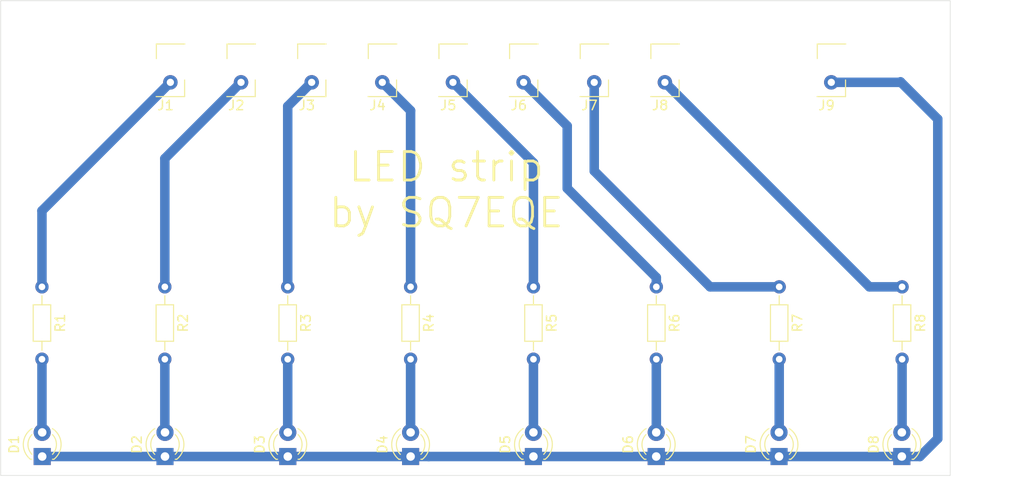
<source format=kicad_pcb>
(kicad_pcb (version 20171130) (host pcbnew 5.1.4-3.fc30)

  (general
    (thickness 1.6)
    (drawings 7)
    (tracks 50)
    (zones 0)
    (modules 25)
    (nets 18)
  )

  (page A4)
  (layers
    (0 F.Cu jumper)
    (31 B.Cu signal)
    (33 F.Adhes user)
    (35 F.Paste user)
    (37 F.SilkS user)
    (39 F.Mask user)
    (40 Dwgs.User user)
    (41 Cmts.User user)
    (42 Eco1.User user)
    (43 Eco2.User user)
    (44 Edge.Cuts user)
    (45 Margin user)
    (46 B.CrtYd user)
    (47 F.CrtYd user)
    (49 F.Fab user)
  )

  (setup
    (last_trace_width 0.25)
    (user_trace_width 1)
    (trace_clearance 0.2)
    (zone_clearance 0.508)
    (zone_45_only no)
    (trace_min 0.2)
    (via_size 0.8)
    (via_drill 0.4)
    (via_min_size 0.4)
    (via_min_drill 0.3)
    (uvia_size 0.3)
    (uvia_drill 0.1)
    (uvias_allowed no)
    (uvia_min_size 0.2)
    (uvia_min_drill 0.1)
    (edge_width 0.05)
    (segment_width 0.2)
    (pcb_text_width 0.3)
    (pcb_text_size 1.5 1.5)
    (mod_edge_width 0.12)
    (mod_text_size 1 1)
    (mod_text_width 0.15)
    (pad_size 1.524 1.524)
    (pad_drill 0.762)
    (pad_to_mask_clearance 0.051)
    (solder_mask_min_width 0.25)
    (aux_axis_origin 72.5551 60.7568)
    (visible_elements FFFFFF7F)
    (pcbplotparams
      (layerselection 0x291a8_ffffffff)
      (usegerberextensions false)
      (usegerberattributes true)
      (usegerberadvancedattributes true)
      (creategerberjobfile true)
      (excludeedgelayer true)
      (linewidth 0.150000)
      (plotframeref false)
      (viasonmask false)
      (mode 1)
      (useauxorigin true)
      (hpglpennumber 1)
      (hpglpenspeed 20)
      (hpglpendiameter 15.000000)
      (psnegative false)
      (psa4output false)
      (plotreference true)
      (plotvalue true)
      (plotinvisibletext false)
      (padsonsilk false)
      (subtractmaskfromsilk true)
      (outputformat 1)
      (mirror false)
      (drillshape 0)
      (scaleselection 1)
      (outputdirectory "gerbv/"))
  )

  (net 0 "")
  (net 1 "Net-(D1-Pad2)")
  (net 2 "Net-(D2-Pad2)")
  (net 3 "Net-(D3-Pad2)")
  (net 4 "Net-(D4-Pad2)")
  (net 5 "Net-(D5-Pad2)")
  (net 6 "Net-(D6-Pad2)")
  (net 7 "Net-(D7-Pad2)")
  (net 8 "Net-(D8-Pad2)")
  (net 9 "Net-(J1-Pad1)")
  (net 10 "Net-(J2-Pad1)")
  (net 11 "Net-(J3-Pad1)")
  (net 12 "Net-(J4-Pad1)")
  (net 13 "Net-(J5-Pad1)")
  (net 14 "Net-(J6-Pad1)")
  (net 15 "Net-(J7-Pad1)")
  (net 16 "Net-(J8-Pad1)")
  (net 17 "Net-(D1-Pad1)")

  (net_class Default "To jest domyślna klasa połączeń."
    (clearance 0.2)
    (trace_width 0.25)
    (via_dia 0.8)
    (via_drill 0.4)
    (uvia_dia 0.3)
    (uvia_drill 0.1)
    (add_net "Net-(D1-Pad1)")
    (add_net "Net-(D1-Pad2)")
    (add_net "Net-(D2-Pad2)")
    (add_net "Net-(D3-Pad2)")
    (add_net "Net-(D4-Pad2)")
    (add_net "Net-(D5-Pad2)")
    (add_net "Net-(D6-Pad2)")
    (add_net "Net-(D7-Pad2)")
    (add_net "Net-(D8-Pad2)")
    (add_net "Net-(J1-Pad1)")
    (add_net "Net-(J2-Pad1)")
    (add_net "Net-(J3-Pad1)")
    (add_net "Net-(J4-Pad1)")
    (add_net "Net-(J5-Pad1)")
    (add_net "Net-(J6-Pad1)")
    (add_net "Net-(J7-Pad1)")
    (add_net "Net-(J8-Pad1)")
  )

  (module LED_line:pin_in_01x01 (layer F.Cu) (tedit 5D7E642F) (tstamp 5D7EB8A4)
    (at 159.9438 69.342 180)
    (path /5D82C1E5)
    (fp_text reference J9 (at 0.5 -2.425) (layer F.SilkS)
      (effects (font (size 1 1) (thickness 0.15)))
    )
    (fp_text value GND (at 0 5.95) (layer F.Fab)
      (effects (font (size 1 1) (thickness 0.15)))
    )
    (fp_line (start 1.475 4.04) (end 1.475 2.5) (layer F.SilkS) (width 0.12))
    (fp_line (start -1.525 4.04) (end 1.475 4.04) (layer F.SilkS) (width 0.12))
    (fp_line (start -1.5 -1.5) (end -1.5 0.25) (layer F.SilkS) (width 0.12))
    (fp_line (start -1.5 -1.5) (end 1.5 -1.5) (layer F.SilkS) (width 0.12))
    (fp_line (start 1.5 4.04) (end 1.5 -1.485) (layer F.CrtYd) (width 0.12))
    (fp_line (start -1.5 4.025) (end -1.5 -1.5) (layer F.CrtYd) (width 0.12))
    (fp_line (start -1.5 4.04) (end 1.5 4.04) (layer F.CrtYd) (width 0.12))
    (fp_line (start -1.5 -1.5) (end 1.5 -1.5) (layer F.CrtYd) (width 0.12))
    (pad "" np_thru_hole circle (at 0 2.54 180) (size 1.524 1.524) (drill 1.524) (layers *.Cu *.Mask))
    (pad 1 thru_hole circle (at 0 0 180) (size 1.524 1.524) (drill 0.762) (layers *.Mask B.Cu)
      (net 17 "Net-(D1-Pad1)"))
  )

  (module LED_line:pin_in_01x01 (layer F.Cu) (tedit 5D7E642F) (tstamp 5D7EBBE1)
    (at 90.3351 69.342 180)
    (path /5D7F534B)
    (fp_text reference J1 (at 0.5 -2.425) (layer F.SilkS)
      (effects (font (size 1 1) (thickness 0.15)))
    )
    (fp_text value PIN (at 0 5.95) (layer F.Fab)
      (effects (font (size 1 1) (thickness 0.15)))
    )
    (fp_line (start 1.475 4.04) (end 1.475 2.5) (layer F.SilkS) (width 0.12))
    (fp_line (start -1.525 4.04) (end 1.475 4.04) (layer F.SilkS) (width 0.12))
    (fp_line (start -1.5 -1.5) (end -1.5 0.25) (layer F.SilkS) (width 0.12))
    (fp_line (start -1.5 -1.5) (end 1.5 -1.5) (layer F.SilkS) (width 0.12))
    (fp_line (start 1.5 4.04) (end 1.5 -1.485) (layer F.CrtYd) (width 0.12))
    (fp_line (start -1.5 4.025) (end -1.5 -1.5) (layer F.CrtYd) (width 0.12))
    (fp_line (start -1.5 4.04) (end 1.5 4.04) (layer F.CrtYd) (width 0.12))
    (fp_line (start -1.5 -1.5) (end 1.5 -1.5) (layer F.CrtYd) (width 0.12))
    (pad "" np_thru_hole circle (at 0 2.54 180) (size 1.524 1.524) (drill 1.524) (layers *.Cu *.Mask))
    (pad 1 thru_hole circle (at 0 0 180) (size 1.524 1.524) (drill 0.762) (layers *.Mask B.Cu)
      (net 9 "Net-(J1-Pad1)"))
  )

  (module LED_THT:LED_D3.0mm (layer F.Cu) (tedit 587A3A7B) (tstamp 5D7E9116)
    (at 76.835 108.7501 90)
    (descr "LED, diameter 3.0mm, 2 pins")
    (tags "LED diameter 3.0mm 2 pins")
    (path /5D7E346C)
    (fp_text reference D1 (at 1.27 -2.96 90) (layer F.SilkS)
      (effects (font (size 1 1) (thickness 0.15)))
    )
    (fp_text value YELLOW (at 1.27 2.96 90) (layer F.Fab)
      (effects (font (size 1 1) (thickness 0.15)))
    )
    (fp_line (start 3.7 -2.25) (end -1.15 -2.25) (layer F.CrtYd) (width 0.05))
    (fp_line (start 3.7 2.25) (end 3.7 -2.25) (layer F.CrtYd) (width 0.05))
    (fp_line (start -1.15 2.25) (end 3.7 2.25) (layer F.CrtYd) (width 0.05))
    (fp_line (start -1.15 -2.25) (end -1.15 2.25) (layer F.CrtYd) (width 0.05))
    (fp_line (start -0.29 1.08) (end -0.29 1.236) (layer F.SilkS) (width 0.12))
    (fp_line (start -0.29 -1.236) (end -0.29 -1.08) (layer F.SilkS) (width 0.12))
    (fp_line (start -0.23 -1.16619) (end -0.23 1.16619) (layer F.Fab) (width 0.1))
    (fp_circle (center 1.27 0) (end 2.77 0) (layer F.Fab) (width 0.1))
    (fp_arc (start 1.27 0) (end 0.229039 1.08) (angle -87.9) (layer F.SilkS) (width 0.12))
    (fp_arc (start 1.27 0) (end 0.229039 -1.08) (angle 87.9) (layer F.SilkS) (width 0.12))
    (fp_arc (start 1.27 0) (end -0.29 1.235516) (angle -108.8) (layer F.SilkS) (width 0.12))
    (fp_arc (start 1.27 0) (end -0.29 -1.235516) (angle 108.8) (layer F.SilkS) (width 0.12))
    (fp_arc (start 1.27 0) (end -0.23 -1.16619) (angle 284.3) (layer F.Fab) (width 0.1))
    (pad 2 thru_hole circle (at 2.54 0 90) (size 1.8 1.8) (drill 0.9) (layers *.Cu *.Mask)
      (net 1 "Net-(D1-Pad2)"))
    (pad 1 thru_hole rect (at 0 0 90) (size 1.8 1.8) (drill 0.9) (layers *.Cu *.Mask)
      (net 17 "Net-(D1-Pad1)"))
    (model ${KISYS3DMOD}/LED_THT.3dshapes/LED_D3.0mm.wrl
      (at (xyz 0 0 0))
      (scale (xyz 1 1 1))
      (rotate (xyz 0 0 0))
    )
  )

  (module LED_THT:LED_D3.0mm (layer F.Cu) (tedit 587A3A7B) (tstamp 5D7E9129)
    (at 89.769042 108.7501 90)
    (descr "LED, diameter 3.0mm, 2 pins")
    (tags "LED diameter 3.0mm 2 pins")
    (path /5D7E4098)
    (fp_text reference D2 (at 1.27 -2.96 90) (layer F.SilkS)
      (effects (font (size 1 1) (thickness 0.15)))
    )
    (fp_text value GREEN (at 1.27 2.96 90) (layer F.Fab)
      (effects (font (size 1 1) (thickness 0.15)))
    )
    (fp_line (start 3.7 -2.25) (end -1.15 -2.25) (layer F.CrtYd) (width 0.05))
    (fp_line (start 3.7 2.25) (end 3.7 -2.25) (layer F.CrtYd) (width 0.05))
    (fp_line (start -1.15 2.25) (end 3.7 2.25) (layer F.CrtYd) (width 0.05))
    (fp_line (start -1.15 -2.25) (end -1.15 2.25) (layer F.CrtYd) (width 0.05))
    (fp_line (start -0.29 1.08) (end -0.29 1.236) (layer F.SilkS) (width 0.12))
    (fp_line (start -0.29 -1.236) (end -0.29 -1.08) (layer F.SilkS) (width 0.12))
    (fp_line (start -0.23 -1.16619) (end -0.23 1.16619) (layer F.Fab) (width 0.1))
    (fp_circle (center 1.27 0) (end 2.77 0) (layer F.Fab) (width 0.1))
    (fp_arc (start 1.27 0) (end 0.229039 1.08) (angle -87.9) (layer F.SilkS) (width 0.12))
    (fp_arc (start 1.27 0) (end 0.229039 -1.08) (angle 87.9) (layer F.SilkS) (width 0.12))
    (fp_arc (start 1.27 0) (end -0.29 1.235516) (angle -108.8) (layer F.SilkS) (width 0.12))
    (fp_arc (start 1.27 0) (end -0.29 -1.235516) (angle 108.8) (layer F.SilkS) (width 0.12))
    (fp_arc (start 1.27 0) (end -0.23 -1.16619) (angle 284.3) (layer F.Fab) (width 0.1))
    (pad 2 thru_hole circle (at 2.54 0 90) (size 1.8 1.8) (drill 0.9) (layers *.Cu *.Mask)
      (net 2 "Net-(D2-Pad2)"))
    (pad 1 thru_hole rect (at 0 0 90) (size 1.8 1.8) (drill 0.9) (layers *.Cu *.Mask)
      (net 17 "Net-(D1-Pad1)"))
    (model ${KISYS3DMOD}/LED_THT.3dshapes/LED_D3.0mm.wrl
      (at (xyz 0 0 0))
      (scale (xyz 1 1 1))
      (rotate (xyz 0 0 0))
    )
  )

  (module LED_THT:LED_D3.0mm (layer F.Cu) (tedit 587A3A7B) (tstamp 5D7E913C)
    (at 102.703084 108.7501 90)
    (descr "LED, diameter 3.0mm, 2 pins")
    (tags "LED diameter 3.0mm 2 pins")
    (path /5D7E3862)
    (fp_text reference D3 (at 1.27 -2.96 90) (layer F.SilkS)
      (effects (font (size 1 1) (thickness 0.15)))
    )
    (fp_text value YELLOW (at 1.27 2.96 90) (layer F.Fab)
      (effects (font (size 1 1) (thickness 0.15)))
    )
    (fp_line (start 3.7 -2.25) (end -1.15 -2.25) (layer F.CrtYd) (width 0.05))
    (fp_line (start 3.7 2.25) (end 3.7 -2.25) (layer F.CrtYd) (width 0.05))
    (fp_line (start -1.15 2.25) (end 3.7 2.25) (layer F.CrtYd) (width 0.05))
    (fp_line (start -1.15 -2.25) (end -1.15 2.25) (layer F.CrtYd) (width 0.05))
    (fp_line (start -0.29 1.08) (end -0.29 1.236) (layer F.SilkS) (width 0.12))
    (fp_line (start -0.29 -1.236) (end -0.29 -1.08) (layer F.SilkS) (width 0.12))
    (fp_line (start -0.23 -1.16619) (end -0.23 1.16619) (layer F.Fab) (width 0.1))
    (fp_circle (center 1.27 0) (end 2.77 0) (layer F.Fab) (width 0.1))
    (fp_arc (start 1.27 0) (end 0.229039 1.08) (angle -87.9) (layer F.SilkS) (width 0.12))
    (fp_arc (start 1.27 0) (end 0.229039 -1.08) (angle 87.9) (layer F.SilkS) (width 0.12))
    (fp_arc (start 1.27 0) (end -0.29 1.235516) (angle -108.8) (layer F.SilkS) (width 0.12))
    (fp_arc (start 1.27 0) (end -0.29 -1.235516) (angle 108.8) (layer F.SilkS) (width 0.12))
    (fp_arc (start 1.27 0) (end -0.23 -1.16619) (angle 284.3) (layer F.Fab) (width 0.1))
    (pad 2 thru_hole circle (at 2.54 0 90) (size 1.8 1.8) (drill 0.9) (layers *.Cu *.Mask)
      (net 3 "Net-(D3-Pad2)"))
    (pad 1 thru_hole rect (at 0 0 90) (size 1.8 1.8) (drill 0.9) (layers *.Cu *.Mask)
      (net 17 "Net-(D1-Pad1)"))
    (model ${KISYS3DMOD}/LED_THT.3dshapes/LED_D3.0mm.wrl
      (at (xyz 0 0 0))
      (scale (xyz 1 1 1))
      (rotate (xyz 0 0 0))
    )
  )

  (module LED_THT:LED_D3.0mm (layer F.Cu) (tedit 587A3A7B) (tstamp 5D7E914F)
    (at 115.637126 108.7501 90)
    (descr "LED, diameter 3.0mm, 2 pins")
    (tags "LED diameter 3.0mm 2 pins")
    (path /5D7E431C)
    (fp_text reference D4 (at 1.27 -2.96 90) (layer F.SilkS)
      (effects (font (size 1 1) (thickness 0.15)))
    )
    (fp_text value GREEN (at 1.27 2.96 90) (layer F.Fab)
      (effects (font (size 1 1) (thickness 0.15)))
    )
    (fp_line (start 3.7 -2.25) (end -1.15 -2.25) (layer F.CrtYd) (width 0.05))
    (fp_line (start 3.7 2.25) (end 3.7 -2.25) (layer F.CrtYd) (width 0.05))
    (fp_line (start -1.15 2.25) (end 3.7 2.25) (layer F.CrtYd) (width 0.05))
    (fp_line (start -1.15 -2.25) (end -1.15 2.25) (layer F.CrtYd) (width 0.05))
    (fp_line (start -0.29 1.08) (end -0.29 1.236) (layer F.SilkS) (width 0.12))
    (fp_line (start -0.29 -1.236) (end -0.29 -1.08) (layer F.SilkS) (width 0.12))
    (fp_line (start -0.23 -1.16619) (end -0.23 1.16619) (layer F.Fab) (width 0.1))
    (fp_circle (center 1.27 0) (end 2.77 0) (layer F.Fab) (width 0.1))
    (fp_arc (start 1.27 0) (end 0.229039 1.08) (angle -87.9) (layer F.SilkS) (width 0.12))
    (fp_arc (start 1.27 0) (end 0.229039 -1.08) (angle 87.9) (layer F.SilkS) (width 0.12))
    (fp_arc (start 1.27 0) (end -0.29 1.235516) (angle -108.8) (layer F.SilkS) (width 0.12))
    (fp_arc (start 1.27 0) (end -0.29 -1.235516) (angle 108.8) (layer F.SilkS) (width 0.12))
    (fp_arc (start 1.27 0) (end -0.23 -1.16619) (angle 284.3) (layer F.Fab) (width 0.1))
    (pad 2 thru_hole circle (at 2.54 0 90) (size 1.8 1.8) (drill 0.9) (layers *.Cu *.Mask)
      (net 4 "Net-(D4-Pad2)"))
    (pad 1 thru_hole rect (at 0 0 90) (size 1.8 1.8) (drill 0.9) (layers *.Cu *.Mask)
      (net 17 "Net-(D1-Pad1)"))
    (model ${KISYS3DMOD}/LED_THT.3dshapes/LED_D3.0mm.wrl
      (at (xyz 0 0 0))
      (scale (xyz 1 1 1))
      (rotate (xyz 0 0 0))
    )
  )

  (module LED_THT:LED_D3.0mm (layer F.Cu) (tedit 587A3A7B) (tstamp 5D7E9162)
    (at 128.571168 108.7501 90)
    (descr "LED, diameter 3.0mm, 2 pins")
    (tags "LED diameter 3.0mm 2 pins")
    (path /5D7E3AFF)
    (fp_text reference D5 (at 1.27 -2.96 90) (layer F.SilkS)
      (effects (font (size 1 1) (thickness 0.15)))
    )
    (fp_text value YELLOW (at 1.27 2.96 90) (layer F.Fab)
      (effects (font (size 1 1) (thickness 0.15)))
    )
    (fp_line (start 3.7 -2.25) (end -1.15 -2.25) (layer F.CrtYd) (width 0.05))
    (fp_line (start 3.7 2.25) (end 3.7 -2.25) (layer F.CrtYd) (width 0.05))
    (fp_line (start -1.15 2.25) (end 3.7 2.25) (layer F.CrtYd) (width 0.05))
    (fp_line (start -1.15 -2.25) (end -1.15 2.25) (layer F.CrtYd) (width 0.05))
    (fp_line (start -0.29 1.08) (end -0.29 1.236) (layer F.SilkS) (width 0.12))
    (fp_line (start -0.29 -1.236) (end -0.29 -1.08) (layer F.SilkS) (width 0.12))
    (fp_line (start -0.23 -1.16619) (end -0.23 1.16619) (layer F.Fab) (width 0.1))
    (fp_circle (center 1.27 0) (end 2.77 0) (layer F.Fab) (width 0.1))
    (fp_arc (start 1.27 0) (end 0.229039 1.08) (angle -87.9) (layer F.SilkS) (width 0.12))
    (fp_arc (start 1.27 0) (end 0.229039 -1.08) (angle 87.9) (layer F.SilkS) (width 0.12))
    (fp_arc (start 1.27 0) (end -0.29 1.235516) (angle -108.8) (layer F.SilkS) (width 0.12))
    (fp_arc (start 1.27 0) (end -0.29 -1.235516) (angle 108.8) (layer F.SilkS) (width 0.12))
    (fp_arc (start 1.27 0) (end -0.23 -1.16619) (angle 284.3) (layer F.Fab) (width 0.1))
    (pad 2 thru_hole circle (at 2.54 0 90) (size 1.8 1.8) (drill 0.9) (layers *.Cu *.Mask)
      (net 5 "Net-(D5-Pad2)"))
    (pad 1 thru_hole rect (at 0 0 90) (size 1.8 1.8) (drill 0.9) (layers *.Cu *.Mask)
      (net 17 "Net-(D1-Pad1)"))
    (model ${KISYS3DMOD}/LED_THT.3dshapes/LED_D3.0mm.wrl
      (at (xyz 0 0 0))
      (scale (xyz 1 1 1))
      (rotate (xyz 0 0 0))
    )
  )

  (module LED_THT:LED_D3.0mm (layer F.Cu) (tedit 587A3A7B) (tstamp 5D7E9175)
    (at 141.50521 108.7501 90)
    (descr "LED, diameter 3.0mm, 2 pins")
    (tags "LED diameter 3.0mm 2 pins")
    (path /5D7E4521)
    (fp_text reference D6 (at 1.27 -2.96 90) (layer F.SilkS)
      (effects (font (size 1 1) (thickness 0.15)))
    )
    (fp_text value GREEN (at 1.27 2.96 90) (layer F.Fab)
      (effects (font (size 1 1) (thickness 0.15)))
    )
    (fp_line (start 3.7 -2.25) (end -1.15 -2.25) (layer F.CrtYd) (width 0.05))
    (fp_line (start 3.7 2.25) (end 3.7 -2.25) (layer F.CrtYd) (width 0.05))
    (fp_line (start -1.15 2.25) (end 3.7 2.25) (layer F.CrtYd) (width 0.05))
    (fp_line (start -1.15 -2.25) (end -1.15 2.25) (layer F.CrtYd) (width 0.05))
    (fp_line (start -0.29 1.08) (end -0.29 1.236) (layer F.SilkS) (width 0.12))
    (fp_line (start -0.29 -1.236) (end -0.29 -1.08) (layer F.SilkS) (width 0.12))
    (fp_line (start -0.23 -1.16619) (end -0.23 1.16619) (layer F.Fab) (width 0.1))
    (fp_circle (center 1.27 0) (end 2.77 0) (layer F.Fab) (width 0.1))
    (fp_arc (start 1.27 0) (end 0.229039 1.08) (angle -87.9) (layer F.SilkS) (width 0.12))
    (fp_arc (start 1.27 0) (end 0.229039 -1.08) (angle 87.9) (layer F.SilkS) (width 0.12))
    (fp_arc (start 1.27 0) (end -0.29 1.235516) (angle -108.8) (layer F.SilkS) (width 0.12))
    (fp_arc (start 1.27 0) (end -0.29 -1.235516) (angle 108.8) (layer F.SilkS) (width 0.12))
    (fp_arc (start 1.27 0) (end -0.23 -1.16619) (angle 284.3) (layer F.Fab) (width 0.1))
    (pad 2 thru_hole circle (at 2.54 0 90) (size 1.8 1.8) (drill 0.9) (layers *.Cu *.Mask)
      (net 6 "Net-(D6-Pad2)"))
    (pad 1 thru_hole rect (at 0 0 90) (size 1.8 1.8) (drill 0.9) (layers *.Cu *.Mask)
      (net 17 "Net-(D1-Pad1)"))
    (model ${KISYS3DMOD}/LED_THT.3dshapes/LED_D3.0mm.wrl
      (at (xyz 0 0 0))
      (scale (xyz 1 1 1))
      (rotate (xyz 0 0 0))
    )
  )

  (module LED_THT:LED_D3.0mm (layer F.Cu) (tedit 587A3A7B) (tstamp 5D7E9188)
    (at 154.439252 108.7501 90)
    (descr "LED, diameter 3.0mm, 2 pins")
    (tags "LED diameter 3.0mm 2 pins")
    (path /5D7E3E45)
    (fp_text reference D7 (at 1.27 -2.96 90) (layer F.SilkS)
      (effects (font (size 1 1) (thickness 0.15)))
    )
    (fp_text value YELLOW (at 1.27 2.96 90) (layer F.Fab)
      (effects (font (size 1 1) (thickness 0.15)))
    )
    (fp_line (start 3.7 -2.25) (end -1.15 -2.25) (layer F.CrtYd) (width 0.05))
    (fp_line (start 3.7 2.25) (end 3.7 -2.25) (layer F.CrtYd) (width 0.05))
    (fp_line (start -1.15 2.25) (end 3.7 2.25) (layer F.CrtYd) (width 0.05))
    (fp_line (start -1.15 -2.25) (end -1.15 2.25) (layer F.CrtYd) (width 0.05))
    (fp_line (start -0.29 1.08) (end -0.29 1.236) (layer F.SilkS) (width 0.12))
    (fp_line (start -0.29 -1.236) (end -0.29 -1.08) (layer F.SilkS) (width 0.12))
    (fp_line (start -0.23 -1.16619) (end -0.23 1.16619) (layer F.Fab) (width 0.1))
    (fp_circle (center 1.27 0) (end 2.77 0) (layer F.Fab) (width 0.1))
    (fp_arc (start 1.27 0) (end 0.229039 1.08) (angle -87.9) (layer F.SilkS) (width 0.12))
    (fp_arc (start 1.27 0) (end 0.229039 -1.08) (angle 87.9) (layer F.SilkS) (width 0.12))
    (fp_arc (start 1.27 0) (end -0.29 1.235516) (angle -108.8) (layer F.SilkS) (width 0.12))
    (fp_arc (start 1.27 0) (end -0.29 -1.235516) (angle 108.8) (layer F.SilkS) (width 0.12))
    (fp_arc (start 1.27 0) (end -0.23 -1.16619) (angle 284.3) (layer F.Fab) (width 0.1))
    (pad 2 thru_hole circle (at 2.54 0 90) (size 1.8 1.8) (drill 0.9) (layers *.Cu *.Mask)
      (net 7 "Net-(D7-Pad2)"))
    (pad 1 thru_hole rect (at 0 0 90) (size 1.8 1.8) (drill 0.9) (layers *.Cu *.Mask)
      (net 17 "Net-(D1-Pad1)"))
    (model ${KISYS3DMOD}/LED_THT.3dshapes/LED_D3.0mm.wrl
      (at (xyz 0 0 0))
      (scale (xyz 1 1 1))
      (rotate (xyz 0 0 0))
    )
  )

  (module LED_THT:LED_D3.0mm (layer F.Cu) (tedit 587A3A7B) (tstamp 5D7E919B)
    (at 167.3733 108.7501 90)
    (descr "LED, diameter 3.0mm, 2 pins")
    (tags "LED diameter 3.0mm 2 pins")
    (path /5D7E4700)
    (fp_text reference D8 (at 1.27 -2.96 90) (layer F.SilkS)
      (effects (font (size 1 1) (thickness 0.15)))
    )
    (fp_text value GREEN (at 1.27 2.96 90) (layer F.Fab)
      (effects (font (size 1 1) (thickness 0.15)))
    )
    (fp_line (start 3.7 -2.25) (end -1.15 -2.25) (layer F.CrtYd) (width 0.05))
    (fp_line (start 3.7 2.25) (end 3.7 -2.25) (layer F.CrtYd) (width 0.05))
    (fp_line (start -1.15 2.25) (end 3.7 2.25) (layer F.CrtYd) (width 0.05))
    (fp_line (start -1.15 -2.25) (end -1.15 2.25) (layer F.CrtYd) (width 0.05))
    (fp_line (start -0.29 1.08) (end -0.29 1.236) (layer F.SilkS) (width 0.12))
    (fp_line (start -0.29 -1.236) (end -0.29 -1.08) (layer F.SilkS) (width 0.12))
    (fp_line (start -0.23 -1.16619) (end -0.23 1.16619) (layer F.Fab) (width 0.1))
    (fp_circle (center 1.27 0) (end 2.77 0) (layer F.Fab) (width 0.1))
    (fp_arc (start 1.27 0) (end 0.229039 1.08) (angle -87.9) (layer F.SilkS) (width 0.12))
    (fp_arc (start 1.27 0) (end 0.229039 -1.08) (angle 87.9) (layer F.SilkS) (width 0.12))
    (fp_arc (start 1.27 0) (end -0.29 1.235516) (angle -108.8) (layer F.SilkS) (width 0.12))
    (fp_arc (start 1.27 0) (end -0.29 -1.235516) (angle 108.8) (layer F.SilkS) (width 0.12))
    (fp_arc (start 1.27 0) (end -0.23 -1.16619) (angle 284.3) (layer F.Fab) (width 0.1))
    (pad 2 thru_hole circle (at 2.54 0 90) (size 1.8 1.8) (drill 0.9) (layers *.Cu *.Mask)
      (net 8 "Net-(D8-Pad2)"))
    (pad 1 thru_hole rect (at 0 0 90) (size 1.8 1.8) (drill 0.9) (layers *.Cu *.Mask)
      (net 17 "Net-(D1-Pad1)"))
    (model ${KISYS3DMOD}/LED_THT.3dshapes/LED_D3.0mm.wrl
      (at (xyz 0 0 0))
      (scale (xyz 1 1 1))
      (rotate (xyz 0 0 0))
    )
  )

  (module LED_line:pin_in_01x01 (layer F.Cu) (tedit 5D7E642F) (tstamp 5D7E91B7)
    (at 97.775485 69.342 180)
    (path /5D7F731C)
    (fp_text reference J2 (at 0.5 -2.425) (layer F.SilkS)
      (effects (font (size 1 1) (thickness 0.15)))
    )
    (fp_text value PIN (at 0 5.95) (layer F.Fab)
      (effects (font (size 1 1) (thickness 0.15)))
    )
    (fp_line (start 1.475 4.04) (end 1.475 2.5) (layer F.SilkS) (width 0.12))
    (fp_line (start -1.525 4.04) (end 1.475 4.04) (layer F.SilkS) (width 0.12))
    (fp_line (start -1.5 -1.5) (end -1.5 0.25) (layer F.SilkS) (width 0.12))
    (fp_line (start -1.5 -1.5) (end 1.5 -1.5) (layer F.SilkS) (width 0.12))
    (fp_line (start 1.5 4.04) (end 1.5 -1.485) (layer F.CrtYd) (width 0.12))
    (fp_line (start -1.5 4.025) (end -1.5 -1.5) (layer F.CrtYd) (width 0.12))
    (fp_line (start -1.5 4.04) (end 1.5 4.04) (layer F.CrtYd) (width 0.12))
    (fp_line (start -1.5 -1.5) (end 1.5 -1.5) (layer F.CrtYd) (width 0.12))
    (pad "" np_thru_hole circle (at 0 2.54 180) (size 1.524 1.524) (drill 1.524) (layers *.Cu *.Mask))
    (pad 1 thru_hole circle (at 0 0 180) (size 1.524 1.524) (drill 0.762) (layers *.Mask B.Cu)
      (net 10 "Net-(J2-Pad1)"))
  )

  (module LED_line:pin_in_01x01 (layer F.Cu) (tedit 5D7E642F) (tstamp 5D7E91C5)
    (at 105.21587 69.342 180)
    (path /5D7F75D6)
    (fp_text reference J3 (at 0.5 -2.425) (layer F.SilkS)
      (effects (font (size 1 1) (thickness 0.15)))
    )
    (fp_text value PIN (at 0 5.95) (layer F.Fab)
      (effects (font (size 1 1) (thickness 0.15)))
    )
    (fp_line (start 1.475 4.04) (end 1.475 2.5) (layer F.SilkS) (width 0.12))
    (fp_line (start -1.525 4.04) (end 1.475 4.04) (layer F.SilkS) (width 0.12))
    (fp_line (start -1.5 -1.5) (end -1.5 0.25) (layer F.SilkS) (width 0.12))
    (fp_line (start -1.5 -1.5) (end 1.5 -1.5) (layer F.SilkS) (width 0.12))
    (fp_line (start 1.5 4.04) (end 1.5 -1.485) (layer F.CrtYd) (width 0.12))
    (fp_line (start -1.5 4.025) (end -1.5 -1.5) (layer F.CrtYd) (width 0.12))
    (fp_line (start -1.5 4.04) (end 1.5 4.04) (layer F.CrtYd) (width 0.12))
    (fp_line (start -1.5 -1.5) (end 1.5 -1.5) (layer F.CrtYd) (width 0.12))
    (pad "" np_thru_hole circle (at 0 2.54 180) (size 1.524 1.524) (drill 1.524) (layers *.Cu *.Mask))
    (pad 1 thru_hole circle (at 0 0 180) (size 1.524 1.524) (drill 0.762) (layers *.Mask B.Cu)
      (net 11 "Net-(J3-Pad1)"))
  )

  (module LED_line:pin_in_01x01 (layer F.Cu) (tedit 5D7E642F) (tstamp 5D7E91D3)
    (at 112.656255 69.342 180)
    (path /5D7F79DF)
    (fp_text reference J4 (at 0.5 -2.425) (layer F.SilkS)
      (effects (font (size 1 1) (thickness 0.15)))
    )
    (fp_text value PIN (at 0 5.95) (layer F.Fab)
      (effects (font (size 1 1) (thickness 0.15)))
    )
    (fp_line (start 1.475 4.04) (end 1.475 2.5) (layer F.SilkS) (width 0.12))
    (fp_line (start -1.525 4.04) (end 1.475 4.04) (layer F.SilkS) (width 0.12))
    (fp_line (start -1.5 -1.5) (end -1.5 0.25) (layer F.SilkS) (width 0.12))
    (fp_line (start -1.5 -1.5) (end 1.5 -1.5) (layer F.SilkS) (width 0.12))
    (fp_line (start 1.5 4.04) (end 1.5 -1.485) (layer F.CrtYd) (width 0.12))
    (fp_line (start -1.5 4.025) (end -1.5 -1.5) (layer F.CrtYd) (width 0.12))
    (fp_line (start -1.5 4.04) (end 1.5 4.04) (layer F.CrtYd) (width 0.12))
    (fp_line (start -1.5 -1.5) (end 1.5 -1.5) (layer F.CrtYd) (width 0.12))
    (pad "" np_thru_hole circle (at 0 2.54 180) (size 1.524 1.524) (drill 1.524) (layers *.Cu *.Mask))
    (pad 1 thru_hole circle (at 0 0 180) (size 1.524 1.524) (drill 0.762) (layers *.Mask B.Cu)
      (net 12 "Net-(J4-Pad1)"))
  )

  (module LED_line:pin_in_01x01 (layer F.Cu) (tedit 5D7E642F) (tstamp 5D7E91E1)
    (at 120.09664 69.342 180)
    (path /5D7F7D09)
    (fp_text reference J5 (at 0.5 -2.425) (layer F.SilkS)
      (effects (font (size 1 1) (thickness 0.15)))
    )
    (fp_text value PIN (at 0 5.95) (layer F.Fab)
      (effects (font (size 1 1) (thickness 0.15)))
    )
    (fp_line (start 1.475 4.04) (end 1.475 2.5) (layer F.SilkS) (width 0.12))
    (fp_line (start -1.525 4.04) (end 1.475 4.04) (layer F.SilkS) (width 0.12))
    (fp_line (start -1.5 -1.5) (end -1.5 0.25) (layer F.SilkS) (width 0.12))
    (fp_line (start -1.5 -1.5) (end 1.5 -1.5) (layer F.SilkS) (width 0.12))
    (fp_line (start 1.5 4.04) (end 1.5 -1.485) (layer F.CrtYd) (width 0.12))
    (fp_line (start -1.5 4.025) (end -1.5 -1.5) (layer F.CrtYd) (width 0.12))
    (fp_line (start -1.5 4.04) (end 1.5 4.04) (layer F.CrtYd) (width 0.12))
    (fp_line (start -1.5 -1.5) (end 1.5 -1.5) (layer F.CrtYd) (width 0.12))
    (pad "" np_thru_hole circle (at 0 2.54 180) (size 1.524 1.524) (drill 1.524) (layers *.Cu *.Mask))
    (pad 1 thru_hole circle (at 0 0 180) (size 1.524 1.524) (drill 0.762) (layers *.Mask B.Cu)
      (net 13 "Net-(J5-Pad1)"))
  )

  (module LED_line:pin_in_01x01 (layer F.Cu) (tedit 5D7E642F) (tstamp 5D7E91EF)
    (at 127.537025 69.342 180)
    (path /5D7F80D6)
    (fp_text reference J6 (at 0.5 -2.425) (layer F.SilkS)
      (effects (font (size 1 1) (thickness 0.15)))
    )
    (fp_text value PIN (at 0 5.95) (layer F.Fab)
      (effects (font (size 1 1) (thickness 0.15)))
    )
    (fp_line (start 1.475 4.04) (end 1.475 2.5) (layer F.SilkS) (width 0.12))
    (fp_line (start -1.525 4.04) (end 1.475 4.04) (layer F.SilkS) (width 0.12))
    (fp_line (start -1.5 -1.5) (end -1.5 0.25) (layer F.SilkS) (width 0.12))
    (fp_line (start -1.5 -1.5) (end 1.5 -1.5) (layer F.SilkS) (width 0.12))
    (fp_line (start 1.5 4.04) (end 1.5 -1.485) (layer F.CrtYd) (width 0.12))
    (fp_line (start -1.5 4.025) (end -1.5 -1.5) (layer F.CrtYd) (width 0.12))
    (fp_line (start -1.5 4.04) (end 1.5 4.04) (layer F.CrtYd) (width 0.12))
    (fp_line (start -1.5 -1.5) (end 1.5 -1.5) (layer F.CrtYd) (width 0.12))
    (pad "" np_thru_hole circle (at 0 2.54 180) (size 1.524 1.524) (drill 1.524) (layers *.Cu *.Mask))
    (pad 1 thru_hole circle (at 0 0 180) (size 1.524 1.524) (drill 0.762) (layers *.Mask B.Cu)
      (net 14 "Net-(J6-Pad1)"))
  )

  (module LED_line:pin_in_01x01 (layer F.Cu) (tedit 5D7E642F) (tstamp 5D7E91FD)
    (at 134.97741 69.342 180)
    (path /5D7F83FE)
    (fp_text reference J7 (at 0.5 -2.425) (layer F.SilkS)
      (effects (font (size 1 1) (thickness 0.15)))
    )
    (fp_text value PIN (at 0 5.95) (layer F.Fab)
      (effects (font (size 1 1) (thickness 0.15)))
    )
    (fp_line (start 1.475 4.04) (end 1.475 2.5) (layer F.SilkS) (width 0.12))
    (fp_line (start -1.525 4.04) (end 1.475 4.04) (layer F.SilkS) (width 0.12))
    (fp_line (start -1.5 -1.5) (end -1.5 0.25) (layer F.SilkS) (width 0.12))
    (fp_line (start -1.5 -1.5) (end 1.5 -1.5) (layer F.SilkS) (width 0.12))
    (fp_line (start 1.5 4.04) (end 1.5 -1.485) (layer F.CrtYd) (width 0.12))
    (fp_line (start -1.5 4.025) (end -1.5 -1.5) (layer F.CrtYd) (width 0.12))
    (fp_line (start -1.5 4.04) (end 1.5 4.04) (layer F.CrtYd) (width 0.12))
    (fp_line (start -1.5 -1.5) (end 1.5 -1.5) (layer F.CrtYd) (width 0.12))
    (pad "" np_thru_hole circle (at 0 2.54 180) (size 1.524 1.524) (drill 1.524) (layers *.Cu *.Mask))
    (pad 1 thru_hole circle (at 0 0 180) (size 1.524 1.524) (drill 0.762) (layers *.Mask B.Cu)
      (net 15 "Net-(J7-Pad1)"))
  )

  (module LED_line:pin_in_01x01 (layer F.Cu) (tedit 5D7E642F) (tstamp 5D7E920B)
    (at 142.4178 69.342 180)
    (path /5D7F8675)
    (fp_text reference J8 (at 0.5 -2.425) (layer F.SilkS)
      (effects (font (size 1 1) (thickness 0.15)))
    )
    (fp_text value PIN (at 0 5.95) (layer F.Fab)
      (effects (font (size 1 1) (thickness 0.15)))
    )
    (fp_line (start 1.475 4.04) (end 1.475 2.5) (layer F.SilkS) (width 0.12))
    (fp_line (start -1.525 4.04) (end 1.475 4.04) (layer F.SilkS) (width 0.12))
    (fp_line (start -1.5 -1.5) (end -1.5 0.25) (layer F.SilkS) (width 0.12))
    (fp_line (start -1.5 -1.5) (end 1.5 -1.5) (layer F.SilkS) (width 0.12))
    (fp_line (start 1.5 4.04) (end 1.5 -1.485) (layer F.CrtYd) (width 0.12))
    (fp_line (start -1.5 4.025) (end -1.5 -1.5) (layer F.CrtYd) (width 0.12))
    (fp_line (start -1.5 4.04) (end 1.5 4.04) (layer F.CrtYd) (width 0.12))
    (fp_line (start -1.5 -1.5) (end 1.5 -1.5) (layer F.CrtYd) (width 0.12))
    (pad "" np_thru_hole circle (at 0 2.54 180) (size 1.524 1.524) (drill 1.524) (layers *.Cu *.Mask))
    (pad 1 thru_hole circle (at 0 0 180) (size 1.524 1.524) (drill 0.762) (layers *.Mask B.Cu)
      (net 16 "Net-(J8-Pad1)"))
  )

  (module Resistor_THT:R_Axial_DIN0204_L3.6mm_D1.6mm_P7.62mm_Horizontal (layer F.Cu) (tedit 5AE5139B) (tstamp 5D7E9222)
    (at 76.8096 90.8812 270)
    (descr "Resistor, Axial_DIN0204 series, Axial, Horizontal, pin pitch=7.62mm, 0.167W, length*diameter=3.6*1.6mm^2, http://cdn-reichelt.de/documents/datenblatt/B400/1_4W%23YAG.pdf")
    (tags "Resistor Axial_DIN0204 series Axial Horizontal pin pitch 7.62mm 0.167W length 3.6mm diameter 1.6mm")
    (path /5D7EC2DB)
    (fp_text reference R1 (at 3.81 -1.92 90) (layer F.SilkS)
      (effects (font (size 1 1) (thickness 0.15)))
    )
    (fp_text value 1k (at 3.81 1.92 90) (layer F.Fab)
      (effects (font (size 1 1) (thickness 0.15)))
    )
    (fp_text user %R (at 3.81 0 90) (layer F.Fab)
      (effects (font (size 0.72 0.72) (thickness 0.108)))
    )
    (fp_line (start 8.57 -1.05) (end -0.95 -1.05) (layer F.CrtYd) (width 0.05))
    (fp_line (start 8.57 1.05) (end 8.57 -1.05) (layer F.CrtYd) (width 0.05))
    (fp_line (start -0.95 1.05) (end 8.57 1.05) (layer F.CrtYd) (width 0.05))
    (fp_line (start -0.95 -1.05) (end -0.95 1.05) (layer F.CrtYd) (width 0.05))
    (fp_line (start 6.68 0) (end 5.73 0) (layer F.SilkS) (width 0.12))
    (fp_line (start 0.94 0) (end 1.89 0) (layer F.SilkS) (width 0.12))
    (fp_line (start 5.73 -0.92) (end 1.89 -0.92) (layer F.SilkS) (width 0.12))
    (fp_line (start 5.73 0.92) (end 5.73 -0.92) (layer F.SilkS) (width 0.12))
    (fp_line (start 1.89 0.92) (end 5.73 0.92) (layer F.SilkS) (width 0.12))
    (fp_line (start 1.89 -0.92) (end 1.89 0.92) (layer F.SilkS) (width 0.12))
    (fp_line (start 7.62 0) (end 5.61 0) (layer F.Fab) (width 0.1))
    (fp_line (start 0 0) (end 2.01 0) (layer F.Fab) (width 0.1))
    (fp_line (start 5.61 -0.8) (end 2.01 -0.8) (layer F.Fab) (width 0.1))
    (fp_line (start 5.61 0.8) (end 5.61 -0.8) (layer F.Fab) (width 0.1))
    (fp_line (start 2.01 0.8) (end 5.61 0.8) (layer F.Fab) (width 0.1))
    (fp_line (start 2.01 -0.8) (end 2.01 0.8) (layer F.Fab) (width 0.1))
    (pad 2 thru_hole oval (at 7.62 0 270) (size 1.4 1.4) (drill 0.7) (layers *.Cu *.Mask)
      (net 1 "Net-(D1-Pad2)"))
    (pad 1 thru_hole circle (at 0 0 270) (size 1.4 1.4) (drill 0.7) (layers *.Cu *.Mask)
      (net 9 "Net-(J1-Pad1)"))
    (model ${KISYS3DMOD}/Resistor_THT.3dshapes/R_Axial_DIN0204_L3.6mm_D1.6mm_P7.62mm_Horizontal.wrl
      (at (xyz 0 0 0))
      (scale (xyz 1 1 1))
      (rotate (xyz 0 0 0))
    )
  )

  (module Resistor_THT:R_Axial_DIN0204_L3.6mm_D1.6mm_P7.62mm_Horizontal (layer F.Cu) (tedit 5AE5139B) (tstamp 5D7E9239)
    (at 89.7509 90.8812 270)
    (descr "Resistor, Axial_DIN0204 series, Axial, Horizontal, pin pitch=7.62mm, 0.167W, length*diameter=3.6*1.6mm^2, http://cdn-reichelt.de/documents/datenblatt/B400/1_4W%23YAG.pdf")
    (tags "Resistor Axial_DIN0204 series Axial Horizontal pin pitch 7.62mm 0.167W length 3.6mm diameter 1.6mm")
    (path /5D7ED7C1)
    (fp_text reference R2 (at 3.81 -1.92 90) (layer F.SilkS)
      (effects (font (size 1 1) (thickness 0.15)))
    )
    (fp_text value 1k (at 3.81 1.92 90) (layer F.Fab)
      (effects (font (size 1 1) (thickness 0.15)))
    )
    (fp_text user %R (at 3.81 0 90) (layer F.Fab)
      (effects (font (size 0.72 0.72) (thickness 0.108)))
    )
    (fp_line (start 8.57 -1.05) (end -0.95 -1.05) (layer F.CrtYd) (width 0.05))
    (fp_line (start 8.57 1.05) (end 8.57 -1.05) (layer F.CrtYd) (width 0.05))
    (fp_line (start -0.95 1.05) (end 8.57 1.05) (layer F.CrtYd) (width 0.05))
    (fp_line (start -0.95 -1.05) (end -0.95 1.05) (layer F.CrtYd) (width 0.05))
    (fp_line (start 6.68 0) (end 5.73 0) (layer F.SilkS) (width 0.12))
    (fp_line (start 0.94 0) (end 1.89 0) (layer F.SilkS) (width 0.12))
    (fp_line (start 5.73 -0.92) (end 1.89 -0.92) (layer F.SilkS) (width 0.12))
    (fp_line (start 5.73 0.92) (end 5.73 -0.92) (layer F.SilkS) (width 0.12))
    (fp_line (start 1.89 0.92) (end 5.73 0.92) (layer F.SilkS) (width 0.12))
    (fp_line (start 1.89 -0.92) (end 1.89 0.92) (layer F.SilkS) (width 0.12))
    (fp_line (start 7.62 0) (end 5.61 0) (layer F.Fab) (width 0.1))
    (fp_line (start 0 0) (end 2.01 0) (layer F.Fab) (width 0.1))
    (fp_line (start 5.61 -0.8) (end 2.01 -0.8) (layer F.Fab) (width 0.1))
    (fp_line (start 5.61 0.8) (end 5.61 -0.8) (layer F.Fab) (width 0.1))
    (fp_line (start 2.01 0.8) (end 5.61 0.8) (layer F.Fab) (width 0.1))
    (fp_line (start 2.01 -0.8) (end 2.01 0.8) (layer F.Fab) (width 0.1))
    (pad 2 thru_hole oval (at 7.62 0 270) (size 1.4 1.4) (drill 0.7) (layers *.Cu *.Mask)
      (net 2 "Net-(D2-Pad2)"))
    (pad 1 thru_hole circle (at 0 0 270) (size 1.4 1.4) (drill 0.7) (layers *.Cu *.Mask)
      (net 10 "Net-(J2-Pad1)"))
    (model ${KISYS3DMOD}/Resistor_THT.3dshapes/R_Axial_DIN0204_L3.6mm_D1.6mm_P7.62mm_Horizontal.wrl
      (at (xyz 0 0 0))
      (scale (xyz 1 1 1))
      (rotate (xyz 0 0 0))
    )
  )

  (module Resistor_THT:R_Axial_DIN0204_L3.6mm_D1.6mm_P7.62mm_Horizontal (layer F.Cu) (tedit 5AE5139B) (tstamp 5D7E9250)
    (at 102.6922 90.8812 270)
    (descr "Resistor, Axial_DIN0204 series, Axial, Horizontal, pin pitch=7.62mm, 0.167W, length*diameter=3.6*1.6mm^2, http://cdn-reichelt.de/documents/datenblatt/B400/1_4W%23YAG.pdf")
    (tags "Resistor Axial_DIN0204 series Axial Horizontal pin pitch 7.62mm 0.167W length 3.6mm diameter 1.6mm")
    (path /5D7ED98D)
    (fp_text reference R3 (at 3.81 -1.92 90) (layer F.SilkS)
      (effects (font (size 1 1) (thickness 0.15)))
    )
    (fp_text value 1k (at 3.81 1.92 90) (layer F.Fab)
      (effects (font (size 1 1) (thickness 0.15)))
    )
    (fp_text user %R (at 3.81 0 90) (layer F.Fab)
      (effects (font (size 0.72 0.72) (thickness 0.108)))
    )
    (fp_line (start 8.57 -1.05) (end -0.95 -1.05) (layer F.CrtYd) (width 0.05))
    (fp_line (start 8.57 1.05) (end 8.57 -1.05) (layer F.CrtYd) (width 0.05))
    (fp_line (start -0.95 1.05) (end 8.57 1.05) (layer F.CrtYd) (width 0.05))
    (fp_line (start -0.95 -1.05) (end -0.95 1.05) (layer F.CrtYd) (width 0.05))
    (fp_line (start 6.68 0) (end 5.73 0) (layer F.SilkS) (width 0.12))
    (fp_line (start 0.94 0) (end 1.89 0) (layer F.SilkS) (width 0.12))
    (fp_line (start 5.73 -0.92) (end 1.89 -0.92) (layer F.SilkS) (width 0.12))
    (fp_line (start 5.73 0.92) (end 5.73 -0.92) (layer F.SilkS) (width 0.12))
    (fp_line (start 1.89 0.92) (end 5.73 0.92) (layer F.SilkS) (width 0.12))
    (fp_line (start 1.89 -0.92) (end 1.89 0.92) (layer F.SilkS) (width 0.12))
    (fp_line (start 7.62 0) (end 5.61 0) (layer F.Fab) (width 0.1))
    (fp_line (start 0 0) (end 2.01 0) (layer F.Fab) (width 0.1))
    (fp_line (start 5.61 -0.8) (end 2.01 -0.8) (layer F.Fab) (width 0.1))
    (fp_line (start 5.61 0.8) (end 5.61 -0.8) (layer F.Fab) (width 0.1))
    (fp_line (start 2.01 0.8) (end 5.61 0.8) (layer F.Fab) (width 0.1))
    (fp_line (start 2.01 -0.8) (end 2.01 0.8) (layer F.Fab) (width 0.1))
    (pad 2 thru_hole oval (at 7.62 0 270) (size 1.4 1.4) (drill 0.7) (layers *.Cu *.Mask)
      (net 3 "Net-(D3-Pad2)"))
    (pad 1 thru_hole circle (at 0 0 270) (size 1.4 1.4) (drill 0.7) (layers *.Cu *.Mask)
      (net 11 "Net-(J3-Pad1)"))
    (model ${KISYS3DMOD}/Resistor_THT.3dshapes/R_Axial_DIN0204_L3.6mm_D1.6mm_P7.62mm_Horizontal.wrl
      (at (xyz 0 0 0))
      (scale (xyz 1 1 1))
      (rotate (xyz 0 0 0))
    )
  )

  (module Resistor_THT:R_Axial_DIN0204_L3.6mm_D1.6mm_P7.62mm_Horizontal (layer F.Cu) (tedit 5AE5139B) (tstamp 5D7E9267)
    (at 115.6335 90.8812 270)
    (descr "Resistor, Axial_DIN0204 series, Axial, Horizontal, pin pitch=7.62mm, 0.167W, length*diameter=3.6*1.6mm^2, http://cdn-reichelt.de/documents/datenblatt/B400/1_4W%23YAG.pdf")
    (tags "Resistor Axial_DIN0204 series Axial Horizontal pin pitch 7.62mm 0.167W length 3.6mm diameter 1.6mm")
    (path /5D7EDFB9)
    (fp_text reference R4 (at 3.81 -1.92 90) (layer F.SilkS)
      (effects (font (size 1 1) (thickness 0.15)))
    )
    (fp_text value 1k (at 3.81 1.92 90) (layer F.Fab)
      (effects (font (size 1 1) (thickness 0.15)))
    )
    (fp_text user %R (at 3.81 0 90) (layer F.Fab)
      (effects (font (size 0.72 0.72) (thickness 0.108)))
    )
    (fp_line (start 8.57 -1.05) (end -0.95 -1.05) (layer F.CrtYd) (width 0.05))
    (fp_line (start 8.57 1.05) (end 8.57 -1.05) (layer F.CrtYd) (width 0.05))
    (fp_line (start -0.95 1.05) (end 8.57 1.05) (layer F.CrtYd) (width 0.05))
    (fp_line (start -0.95 -1.05) (end -0.95 1.05) (layer F.CrtYd) (width 0.05))
    (fp_line (start 6.68 0) (end 5.73 0) (layer F.SilkS) (width 0.12))
    (fp_line (start 0.94 0) (end 1.89 0) (layer F.SilkS) (width 0.12))
    (fp_line (start 5.73 -0.92) (end 1.89 -0.92) (layer F.SilkS) (width 0.12))
    (fp_line (start 5.73 0.92) (end 5.73 -0.92) (layer F.SilkS) (width 0.12))
    (fp_line (start 1.89 0.92) (end 5.73 0.92) (layer F.SilkS) (width 0.12))
    (fp_line (start 1.89 -0.92) (end 1.89 0.92) (layer F.SilkS) (width 0.12))
    (fp_line (start 7.62 0) (end 5.61 0) (layer F.Fab) (width 0.1))
    (fp_line (start 0 0) (end 2.01 0) (layer F.Fab) (width 0.1))
    (fp_line (start 5.61 -0.8) (end 2.01 -0.8) (layer F.Fab) (width 0.1))
    (fp_line (start 5.61 0.8) (end 5.61 -0.8) (layer F.Fab) (width 0.1))
    (fp_line (start 2.01 0.8) (end 5.61 0.8) (layer F.Fab) (width 0.1))
    (fp_line (start 2.01 -0.8) (end 2.01 0.8) (layer F.Fab) (width 0.1))
    (pad 2 thru_hole oval (at 7.62 0 270) (size 1.4 1.4) (drill 0.7) (layers *.Cu *.Mask)
      (net 4 "Net-(D4-Pad2)"))
    (pad 1 thru_hole circle (at 0 0 270) (size 1.4 1.4) (drill 0.7) (layers *.Cu *.Mask)
      (net 12 "Net-(J4-Pad1)"))
    (model ${KISYS3DMOD}/Resistor_THT.3dshapes/R_Axial_DIN0204_L3.6mm_D1.6mm_P7.62mm_Horizontal.wrl
      (at (xyz 0 0 0))
      (scale (xyz 1 1 1))
      (rotate (xyz 0 0 0))
    )
  )

  (module Resistor_THT:R_Axial_DIN0204_L3.6mm_D1.6mm_P7.62mm_Horizontal (layer F.Cu) (tedit 5AE5139B) (tstamp 5D7E927E)
    (at 128.5748 90.8812 270)
    (descr "Resistor, Axial_DIN0204 series, Axial, Horizontal, pin pitch=7.62mm, 0.167W, length*diameter=3.6*1.6mm^2, http://cdn-reichelt.de/documents/datenblatt/B400/1_4W%23YAG.pdf")
    (tags "Resistor Axial_DIN0204 series Axial Horizontal pin pitch 7.62mm 0.167W length 3.6mm diameter 1.6mm")
    (path /5D7EE26E)
    (fp_text reference R5 (at 3.81 -1.92 90) (layer F.SilkS)
      (effects (font (size 1 1) (thickness 0.15)))
    )
    (fp_text value 1k (at 3.81 1.92 90) (layer F.Fab)
      (effects (font (size 1 1) (thickness 0.15)))
    )
    (fp_text user %R (at 3.81 0 90) (layer F.Fab)
      (effects (font (size 0.72 0.72) (thickness 0.108)))
    )
    (fp_line (start 8.57 -1.05) (end -0.95 -1.05) (layer F.CrtYd) (width 0.05))
    (fp_line (start 8.57 1.05) (end 8.57 -1.05) (layer F.CrtYd) (width 0.05))
    (fp_line (start -0.95 1.05) (end 8.57 1.05) (layer F.CrtYd) (width 0.05))
    (fp_line (start -0.95 -1.05) (end -0.95 1.05) (layer F.CrtYd) (width 0.05))
    (fp_line (start 6.68 0) (end 5.73 0) (layer F.SilkS) (width 0.12))
    (fp_line (start 0.94 0) (end 1.89 0) (layer F.SilkS) (width 0.12))
    (fp_line (start 5.73 -0.92) (end 1.89 -0.92) (layer F.SilkS) (width 0.12))
    (fp_line (start 5.73 0.92) (end 5.73 -0.92) (layer F.SilkS) (width 0.12))
    (fp_line (start 1.89 0.92) (end 5.73 0.92) (layer F.SilkS) (width 0.12))
    (fp_line (start 1.89 -0.92) (end 1.89 0.92) (layer F.SilkS) (width 0.12))
    (fp_line (start 7.62 0) (end 5.61 0) (layer F.Fab) (width 0.1))
    (fp_line (start 0 0) (end 2.01 0) (layer F.Fab) (width 0.1))
    (fp_line (start 5.61 -0.8) (end 2.01 -0.8) (layer F.Fab) (width 0.1))
    (fp_line (start 5.61 0.8) (end 5.61 -0.8) (layer F.Fab) (width 0.1))
    (fp_line (start 2.01 0.8) (end 5.61 0.8) (layer F.Fab) (width 0.1))
    (fp_line (start 2.01 -0.8) (end 2.01 0.8) (layer F.Fab) (width 0.1))
    (pad 2 thru_hole oval (at 7.62 0 270) (size 1.4 1.4) (drill 0.7) (layers *.Cu *.Mask)
      (net 5 "Net-(D5-Pad2)"))
    (pad 1 thru_hole circle (at 0 0 270) (size 1.4 1.4) (drill 0.7) (layers *.Cu *.Mask)
      (net 13 "Net-(J5-Pad1)"))
    (model ${KISYS3DMOD}/Resistor_THT.3dshapes/R_Axial_DIN0204_L3.6mm_D1.6mm_P7.62mm_Horizontal.wrl
      (at (xyz 0 0 0))
      (scale (xyz 1 1 1))
      (rotate (xyz 0 0 0))
    )
  )

  (module Resistor_THT:R_Axial_DIN0204_L3.6mm_D1.6mm_P7.62mm_Horizontal (layer F.Cu) (tedit 5AE5139B) (tstamp 5D7E9295)
    (at 141.5161 90.8812 270)
    (descr "Resistor, Axial_DIN0204 series, Axial, Horizontal, pin pitch=7.62mm, 0.167W, length*diameter=3.6*1.6mm^2, http://cdn-reichelt.de/documents/datenblatt/B400/1_4W%23YAG.pdf")
    (tags "Resistor Axial_DIN0204 series Axial Horizontal pin pitch 7.62mm 0.167W length 3.6mm diameter 1.6mm")
    (path /5D7EE644)
    (fp_text reference R6 (at 3.81 -1.92 90) (layer F.SilkS)
      (effects (font (size 1 1) (thickness 0.15)))
    )
    (fp_text value 1k (at 3.81 1.92 90) (layer F.Fab)
      (effects (font (size 1 1) (thickness 0.15)))
    )
    (fp_text user %R (at 3.81 0 90) (layer F.Fab)
      (effects (font (size 0.72 0.72) (thickness 0.108)))
    )
    (fp_line (start 8.57 -1.05) (end -0.95 -1.05) (layer F.CrtYd) (width 0.05))
    (fp_line (start 8.57 1.05) (end 8.57 -1.05) (layer F.CrtYd) (width 0.05))
    (fp_line (start -0.95 1.05) (end 8.57 1.05) (layer F.CrtYd) (width 0.05))
    (fp_line (start -0.95 -1.05) (end -0.95 1.05) (layer F.CrtYd) (width 0.05))
    (fp_line (start 6.68 0) (end 5.73 0) (layer F.SilkS) (width 0.12))
    (fp_line (start 0.94 0) (end 1.89 0) (layer F.SilkS) (width 0.12))
    (fp_line (start 5.73 -0.92) (end 1.89 -0.92) (layer F.SilkS) (width 0.12))
    (fp_line (start 5.73 0.92) (end 5.73 -0.92) (layer F.SilkS) (width 0.12))
    (fp_line (start 1.89 0.92) (end 5.73 0.92) (layer F.SilkS) (width 0.12))
    (fp_line (start 1.89 -0.92) (end 1.89 0.92) (layer F.SilkS) (width 0.12))
    (fp_line (start 7.62 0) (end 5.61 0) (layer F.Fab) (width 0.1))
    (fp_line (start 0 0) (end 2.01 0) (layer F.Fab) (width 0.1))
    (fp_line (start 5.61 -0.8) (end 2.01 -0.8) (layer F.Fab) (width 0.1))
    (fp_line (start 5.61 0.8) (end 5.61 -0.8) (layer F.Fab) (width 0.1))
    (fp_line (start 2.01 0.8) (end 5.61 0.8) (layer F.Fab) (width 0.1))
    (fp_line (start 2.01 -0.8) (end 2.01 0.8) (layer F.Fab) (width 0.1))
    (pad 2 thru_hole oval (at 7.62 0 270) (size 1.4 1.4) (drill 0.7) (layers *.Cu *.Mask)
      (net 6 "Net-(D6-Pad2)"))
    (pad 1 thru_hole circle (at 0 0 270) (size 1.4 1.4) (drill 0.7) (layers *.Cu *.Mask)
      (net 14 "Net-(J6-Pad1)"))
    (model ${KISYS3DMOD}/Resistor_THT.3dshapes/R_Axial_DIN0204_L3.6mm_D1.6mm_P7.62mm_Horizontal.wrl
      (at (xyz 0 0 0))
      (scale (xyz 1 1 1))
      (rotate (xyz 0 0 0))
    )
  )

  (module Resistor_THT:R_Axial_DIN0204_L3.6mm_D1.6mm_P7.62mm_Horizontal (layer F.Cu) (tedit 5AE5139B) (tstamp 5D7E92AC)
    (at 154.4574 90.8812 270)
    (descr "Resistor, Axial_DIN0204 series, Axial, Horizontal, pin pitch=7.62mm, 0.167W, length*diameter=3.6*1.6mm^2, http://cdn-reichelt.de/documents/datenblatt/B400/1_4W%23YAG.pdf")
    (tags "Resistor Axial_DIN0204 series Axial Horizontal pin pitch 7.62mm 0.167W length 3.6mm diameter 1.6mm")
    (path /5D7EE932)
    (fp_text reference R7 (at 3.81 -1.92 90) (layer F.SilkS)
      (effects (font (size 1 1) (thickness 0.15)))
    )
    (fp_text value 1k (at 3.81 1.92 90) (layer F.Fab)
      (effects (font (size 1 1) (thickness 0.15)))
    )
    (fp_text user %R (at 3.81 0 90) (layer F.Fab)
      (effects (font (size 0.72 0.72) (thickness 0.108)))
    )
    (fp_line (start 8.57 -1.05) (end -0.95 -1.05) (layer F.CrtYd) (width 0.05))
    (fp_line (start 8.57 1.05) (end 8.57 -1.05) (layer F.CrtYd) (width 0.05))
    (fp_line (start -0.95 1.05) (end 8.57 1.05) (layer F.CrtYd) (width 0.05))
    (fp_line (start -0.95 -1.05) (end -0.95 1.05) (layer F.CrtYd) (width 0.05))
    (fp_line (start 6.68 0) (end 5.73 0) (layer F.SilkS) (width 0.12))
    (fp_line (start 0.94 0) (end 1.89 0) (layer F.SilkS) (width 0.12))
    (fp_line (start 5.73 -0.92) (end 1.89 -0.92) (layer F.SilkS) (width 0.12))
    (fp_line (start 5.73 0.92) (end 5.73 -0.92) (layer F.SilkS) (width 0.12))
    (fp_line (start 1.89 0.92) (end 5.73 0.92) (layer F.SilkS) (width 0.12))
    (fp_line (start 1.89 -0.92) (end 1.89 0.92) (layer F.SilkS) (width 0.12))
    (fp_line (start 7.62 0) (end 5.61 0) (layer F.Fab) (width 0.1))
    (fp_line (start 0 0) (end 2.01 0) (layer F.Fab) (width 0.1))
    (fp_line (start 5.61 -0.8) (end 2.01 -0.8) (layer F.Fab) (width 0.1))
    (fp_line (start 5.61 0.8) (end 5.61 -0.8) (layer F.Fab) (width 0.1))
    (fp_line (start 2.01 0.8) (end 5.61 0.8) (layer F.Fab) (width 0.1))
    (fp_line (start 2.01 -0.8) (end 2.01 0.8) (layer F.Fab) (width 0.1))
    (pad 2 thru_hole oval (at 7.62 0 270) (size 1.4 1.4) (drill 0.7) (layers *.Cu *.Mask)
      (net 7 "Net-(D7-Pad2)"))
    (pad 1 thru_hole circle (at 0 0 270) (size 1.4 1.4) (drill 0.7) (layers *.Cu *.Mask)
      (net 15 "Net-(J7-Pad1)"))
    (model ${KISYS3DMOD}/Resistor_THT.3dshapes/R_Axial_DIN0204_L3.6mm_D1.6mm_P7.62mm_Horizontal.wrl
      (at (xyz 0 0 0))
      (scale (xyz 1 1 1))
      (rotate (xyz 0 0 0))
    )
  )

  (module Resistor_THT:R_Axial_DIN0204_L3.6mm_D1.6mm_P7.62mm_Horizontal (layer F.Cu) (tedit 5AE5139B) (tstamp 5D7E92C3)
    (at 167.3987 90.8812 270)
    (descr "Resistor, Axial_DIN0204 series, Axial, Horizontal, pin pitch=7.62mm, 0.167W, length*diameter=3.6*1.6mm^2, http://cdn-reichelt.de/documents/datenblatt/B400/1_4W%23YAG.pdf")
    (tags "Resistor Axial_DIN0204 series Axial Horizontal pin pitch 7.62mm 0.167W length 3.6mm diameter 1.6mm")
    (path /5D7EEED0)
    (fp_text reference R8 (at 3.81 -1.92 90) (layer F.SilkS)
      (effects (font (size 1 1) (thickness 0.15)))
    )
    (fp_text value 1k (at 3.81 1.92 90) (layer F.Fab)
      (effects (font (size 1 1) (thickness 0.15)))
    )
    (fp_text user %R (at 3.81 0 90) (layer F.Fab)
      (effects (font (size 0.72 0.72) (thickness 0.108)))
    )
    (fp_line (start 8.57 -1.05) (end -0.95 -1.05) (layer F.CrtYd) (width 0.05))
    (fp_line (start 8.57 1.05) (end 8.57 -1.05) (layer F.CrtYd) (width 0.05))
    (fp_line (start -0.95 1.05) (end 8.57 1.05) (layer F.CrtYd) (width 0.05))
    (fp_line (start -0.95 -1.05) (end -0.95 1.05) (layer F.CrtYd) (width 0.05))
    (fp_line (start 6.68 0) (end 5.73 0) (layer F.SilkS) (width 0.12))
    (fp_line (start 0.94 0) (end 1.89 0) (layer F.SilkS) (width 0.12))
    (fp_line (start 5.73 -0.92) (end 1.89 -0.92) (layer F.SilkS) (width 0.12))
    (fp_line (start 5.73 0.92) (end 5.73 -0.92) (layer F.SilkS) (width 0.12))
    (fp_line (start 1.89 0.92) (end 5.73 0.92) (layer F.SilkS) (width 0.12))
    (fp_line (start 1.89 -0.92) (end 1.89 0.92) (layer F.SilkS) (width 0.12))
    (fp_line (start 7.62 0) (end 5.61 0) (layer F.Fab) (width 0.1))
    (fp_line (start 0 0) (end 2.01 0) (layer F.Fab) (width 0.1))
    (fp_line (start 5.61 -0.8) (end 2.01 -0.8) (layer F.Fab) (width 0.1))
    (fp_line (start 5.61 0.8) (end 5.61 -0.8) (layer F.Fab) (width 0.1))
    (fp_line (start 2.01 0.8) (end 5.61 0.8) (layer F.Fab) (width 0.1))
    (fp_line (start 2.01 -0.8) (end 2.01 0.8) (layer F.Fab) (width 0.1))
    (pad 2 thru_hole oval (at 7.62 0 270) (size 1.4 1.4) (drill 0.7) (layers *.Cu *.Mask)
      (net 8 "Net-(D8-Pad2)"))
    (pad 1 thru_hole circle (at 0 0 270) (size 1.4 1.4) (drill 0.7) (layers *.Cu *.Mask)
      (net 16 "Net-(J8-Pad1)"))
    (model ${KISYS3DMOD}/Resistor_THT.3dshapes/R_Axial_DIN0204_L3.6mm_D1.6mm_P7.62mm_Horizontal.wrl
      (at (xyz 0 0 0))
      (scale (xyz 1 1 1))
      (rotate (xyz 0 0 0))
    )
  )

  (dimension 50 (width 0.15) (layer Dwgs.User)
    (gr_text "50,000 mm" (at 178.8841 85.744 90) (layer Dwgs.User)
      (effects (font (size 1 1) (thickness 0.15)))
    )
    (feature1 (pts (xy 172.466 60.744) (xy 178.170521 60.744)))
    (feature2 (pts (xy 172.466 110.744) (xy 178.170521 110.744)))
    (crossbar (pts (xy 177.5841 110.744) (xy 177.5841 60.744)))
    (arrow1a (pts (xy 177.5841 60.744) (xy 178.170521 61.870504)))
    (arrow1b (pts (xy 177.5841 60.744) (xy 176.997679 61.870504)))
    (arrow2a (pts (xy 177.5841 110.744) (xy 178.170521 109.617496)))
    (arrow2b (pts (xy 177.5841 110.744) (xy 176.997679 109.617496)))
  )
  (dimension 100 (width 0.15) (layer Dwgs.User)
    (gr_text "100,000 mm" (at 122.466 114.203) (layer Dwgs.User)
      (effects (font (size 1 1) (thickness 0.15)))
    )
    (feature1 (pts (xy 172.466 110.744) (xy 172.466 113.489421)))
    (feature2 (pts (xy 72.466 110.744) (xy 72.466 113.489421)))
    (crossbar (pts (xy 72.466 112.903) (xy 172.466 112.903)))
    (arrow1a (pts (xy 172.466 112.903) (xy 171.339496 113.489421)))
    (arrow1b (pts (xy 172.466 112.903) (xy 171.339496 112.316579)))
    (arrow2a (pts (xy 72.466 112.903) (xy 73.592504 113.489421)))
    (arrow2b (pts (xy 72.466 112.903) (xy 73.592504 112.316579)))
  )
  (gr_text "LED strip\nby SQ7EQE" (at 119.4054 80.6704) (layer F.SilkS)
    (effects (font (size 3 3) (thickness 0.3)))
  )
  (gr_line (start 72.466 110.744) (end 172.466 110.744) (layer Edge.Cuts) (width 0.05))
  (gr_line (start 172.466 60.744) (end 72.466 60.744) (layer Edge.Cuts) (width 0.05))
  (gr_line (start 72.466 60.744) (end 72.466 110.744) (layer Edge.Cuts) (width 0.05))
  (gr_line (start 172.466 110.744) (end 172.466 60.744) (layer Edge.Cuts) (width 0.05))

  (segment (start 76.8096 106.1847) (end 76.835 106.2101) (width 1) (layer B.Cu) (net 1))
  (segment (start 76.8096 98.5012) (end 76.8096 106.1847) (width 1) (layer B.Cu) (net 1))
  (segment (start 89.7509 106.191958) (end 89.769042 106.2101) (width 1) (layer B.Cu) (net 2))
  (segment (start 89.7509 98.5012) (end 89.7509 106.191958) (width 1) (layer B.Cu) (net 2))
  (segment (start 102.6922 106.199216) (end 102.703084 106.2101) (width 1) (layer B.Cu) (net 3))
  (segment (start 102.6922 98.5012) (end 102.6922 106.199216) (width 1) (layer B.Cu) (net 3))
  (segment (start 115.6335 106.206474) (end 115.637126 106.2101) (width 1) (layer B.Cu) (net 4))
  (segment (start 115.6335 98.5012) (end 115.6335 106.206474) (width 1) (layer B.Cu) (net 4))
  (segment (start 128.5748 106.206468) (end 128.571168 106.2101) (width 1) (layer B.Cu) (net 5))
  (segment (start 128.5748 98.5012) (end 128.5748 106.206468) (width 1) (layer B.Cu) (net 5))
  (segment (start 141.5161 106.19921) (end 141.50521 106.2101) (width 1) (layer B.Cu) (net 6))
  (segment (start 141.5161 98.5012) (end 141.5161 106.19921) (width 1) (layer B.Cu) (net 6))
  (segment (start 154.4574 106.191952) (end 154.439252 106.2101) (width 1) (layer B.Cu) (net 7))
  (segment (start 154.4574 98.5012) (end 154.4574 106.191952) (width 1) (layer B.Cu) (net 7))
  (segment (start 167.3987 106.1847) (end 167.3733 106.2101) (width 1) (layer B.Cu) (net 8))
  (segment (start 167.3987 98.5012) (end 167.3987 106.1847) (width 1) (layer B.Cu) (net 8))
  (segment (start 76.8096 82.8675) (end 90.3351 69.342) (width 1) (layer B.Cu) (net 9))
  (segment (start 76.8096 90.8812) (end 76.8096 82.8675) (width 1) (layer B.Cu) (net 9))
  (segment (start 89.7509 77.366585) (end 97.775485 69.342) (width 1) (layer B.Cu) (net 10))
  (segment (start 89.7509 90.8812) (end 89.7509 77.366585) (width 1) (layer B.Cu) (net 10))
  (segment (start 102.6922 71.86567) (end 105.21587 69.342) (width 1) (layer B.Cu) (net 11))
  (segment (start 102.6922 90.8812) (end 102.6922 71.86567) (width 1) (layer B.Cu) (net 11))
  (segment (start 115.6335 72.319245) (end 112.656255 69.342) (width 1) (layer B.Cu) (net 12))
  (segment (start 115.6335 90.8812) (end 115.6335 72.319245) (width 1) (layer B.Cu) (net 12))
  (segment (start 128.5748 77.82016) (end 120.09664 69.342) (width 1) (layer B.Cu) (net 13))
  (segment (start 128.5748 90.8812) (end 128.5748 77.82016) (width 1) (layer B.Cu) (net 13))
  (segment (start 141.5161 89.891251) (end 132.1308 80.505951) (width 1) (layer B.Cu) (net 14))
  (segment (start 141.5161 90.8812) (end 141.5161 89.891251) (width 1) (layer B.Cu) (net 14))
  (segment (start 132.1308 73.935775) (end 127.537025 69.342) (width 1) (layer B.Cu) (net 14))
  (segment (start 132.1308 80.505951) (end 132.1308 73.935775) (width 1) (layer B.Cu) (net 14))
  (segment (start 154.4574 90.8812) (end 147.1803 90.8812) (width 1) (layer B.Cu) (net 15))
  (segment (start 134.97741 78.67831) (end 134.97741 69.342) (width 1) (layer B.Cu) (net 15))
  (segment (start 147.1803 90.8812) (end 134.97741 78.67831) (width 1) (layer B.Cu) (net 15))
  (segment (start 143.179799 70.103999) (end 142.4178 69.342) (width 1) (layer B.Cu) (net 16))
  (segment (start 163.957 90.8812) (end 143.179799 70.103999) (width 1) (layer B.Cu) (net 16))
  (segment (start 167.3987 90.8812) (end 163.957 90.8812) (width 1) (layer B.Cu) (net 16))
  (segment (start 76.835 108.7501) (end 89.769042 108.7501) (width 1) (layer B.Cu) (net 17))
  (segment (start 89.769042 108.7501) (end 102.703084 108.7501) (width 1) (layer B.Cu) (net 17))
  (segment (start 102.703084 108.7501) (end 115.637126 108.7501) (width 1) (layer B.Cu) (net 17))
  (segment (start 117.537126 108.7501) (end 128.571168 108.7501) (width 1) (layer B.Cu) (net 17))
  (segment (start 115.637126 108.7501) (end 117.537126 108.7501) (width 1) (layer B.Cu) (net 17))
  (segment (start 128.571168 108.7501) (end 141.50521 108.7501) (width 1) (layer B.Cu) (net 17))
  (segment (start 141.50521 108.7501) (end 154.439252 108.7501) (width 1) (layer B.Cu) (net 17))
  (segment (start 154.439252 108.7501) (end 167.3733 108.7501) (width 1) (layer B.Cu) (net 17))
  (segment (start 169.2733 108.7501) (end 171.1579 106.8655) (width 1) (layer B.Cu) (net 17))
  (segment (start 167.3733 108.7501) (end 169.2733 108.7501) (width 1) (layer B.Cu) (net 17))
  (segment (start 171.1579 106.8655) (end 171.1579 73.2155) (width 1) (layer B.Cu) (net 17))
  (segment (start 171.1579 73.2155) (end 167.2336 69.2912) (width 1) (layer B.Cu) (net 17))
  (segment (start 167.1828 69.342) (end 159.9438 69.342) (width 1) (layer B.Cu) (net 17))
  (segment (start 167.2336 69.2912) (end 167.1828 69.342) (width 1) (layer B.Cu) (net 17))

)

</source>
